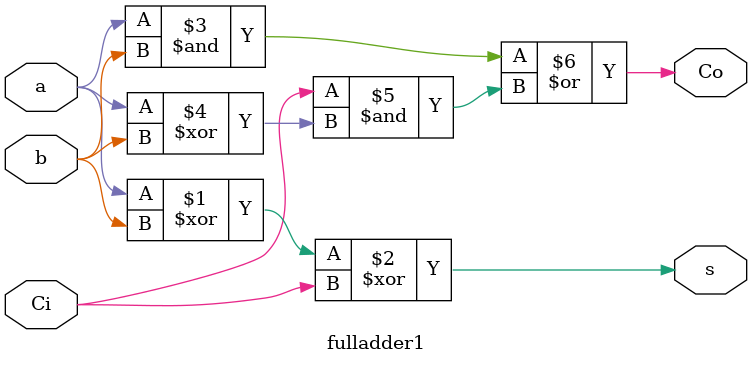
<source format=v>
module L4P2(SW,KEY0,HEX0,HEX1,HEX2,HEX3,HEX4,HEX5,LEDR);
	input [9:0] SW;  // SW[3:0] = A; SW[9] = reset_n; SW[7:5] = function_input
	input KEY0; // KEY0 = clk
	output [6:0] HEX0; 
	output [6:0] HEX1;
	output [6:0] HEX2;
	output [6:0] HEX3;
	output [6:0] HEX4;
	output [6:0] HEX5;
	output [7:0] LEDR;   // LEDR = ALUout; B = LEDR[3:0] = ALUout[3:0]
	reg [7:0] ALUout;
	reg [7:0] q;

	wire [3:0] A = SW[3:0];
	wire [3:0] B = q[3:0];
	wire clk = KEY0; // clock input for the register
	wire reset_n = SW[9];
	
	wire [2:0] mode = SW[7:5];  //Alu input    

	HexLight hex0(.Output(HEX0),
		        	.Input(A)
	);
	
	assign HEX1 = 7'b1111111;
	assign HEX2 = 7'b1111111;
	assign HEX3 = 7'b1111111;
	
		
	HexLight hex4(.Output(HEX4),
					.Input(q[3:0])
	);	
	HexLight hex5(.Output(HEX5),
				.Input(q[7:4])
	);
	
	//Case0
	wire [4:0] temp0;
	fulladder4 fa0(A,4'b0001,1'b0,temp0[4],temp0[3:0]);

	//Case1
	wire [4:0] temp1;
	fulladder4 fa1(A,B,1'b0, temp1[4],temp1[3:0]);
	
	//Alu
	always @(*)
	begin
		case(mode)
			3'b000: ALUout = {3'b000,temp0};
			3'b001: ALUout = {3'b000,temp1};
			3'b010: ALUout = A+B;
			3'b011: ALUout = {A|B, A^B};
			3'b100: ALUout = {7'b0000000, | {A,B}};
			3'b101: ALUout = B << A;
			3'b110: ALUout = B >> A;
			3'b111: ALUout = A * B;
		endcase
	end
	
	// register

	always @(posedge clk)
	begin
		if (reset_n == 1'b0)
			q <=  8'b00000000;
		else
			q <= ALUout;
	end
	
		
	assign LEDR = q;
endmodule

//Input[3:0] data input, usually is 4 SW
//Output[6:0] output for a Hex light

module HexLight(Output,Input);
	input [3:0] Input;
	output [6:0] Output;

	assign Output[0] = ((!Input[3])&(!Input[2])&(!Input[1])&(Input[0]))|	//0001
		            ((!Input[3])&(Input[2])&(!Input[1])&(!Input[0]))|	//0100
		            ((Input[3])&(Input[2])&(!Input[1])&(Input[0]))|	//1101
		            ((Input[3])&(!Input[2])&(Input[1])&(Input[0]));	//1011

	assign Output[1] = ((Input[3])&(Input[1])&(Input[0]))|	                //1x11
		            ((Input[2])&(Input[1])&(!Input[0]))|		//x110
		            ((Input[3])&(Input[2])&(!Input[1])&(!Input[0]))|	//1100
		            ((!Input[3])&(Input[2])&(!Input[1])&(Input[0]));	//0101
		 
	assign Output[2] = ((Input[3])&(Input[2])&(!Input[1])&(!Input[0]))|	//1100
		  ((Input[3])&(Input[2])&(Input[1]))|			//111x
		  ((!Input[3])&(!Input[2])&(Input[1])&(!Input[0]));		//0010

	assign Output[3] = ((!Input[3])&(Input[2])&(!Input[1])&(!Input[0]))|	//0100
		  ((!Input[3])&(!Input[2])&(!Input[1])&(Input[0]))|		//0001
		  ((!Input[3])&(Input[2])&(Input[1])&(Input[0]))|		//0111
		   ((Input[3])&(!Input[2])&(Input[1])&(!Input[0]))|		//1010
		  ((Input[3])&(Input[2])&(Input[1])&(Input[0]));		//1111
		
	assign Output[4] = ((!Input[3])&(Input[0]))|			//0xx1
		  ((!Input[3])&(Input[2])&(!Input[1]))|			//010x
		  ((!Input[2])&(!Input[1])&(Input[0]));			//x001

	assign Output[5] = ((!Input[3])&(!Input[2])&(Input[0]))|		//00x1
		  ((!Input[3])&(!Input[2])&(Input[1]))|			//001x
		  ((!Input[3])&(Input[1])&(Input[0]))|			//0x11
		  ((Input[3])&(Input[2])&(!Input[1])&(Input[0]));		//1101

	assign Output[6] = ((!Input[3])&(!Input[2])&(!Input[1]))|		//000x
		  ((Input[3])&(Input[2])&(!Input[1])&(!Input[0]))|		//1100
		  ((!Input[3])&(Input[2])&(Input[1])&(Input[0]));		//0111
endmodule



module fulladder4(InputA,InputB,Ci,Co,Output);
    input [3:0] InputA;
    input [3:0] InputB;   
    input Ci;
    output Co;
    output [3:0] Output;
    wire w1,w2,w3;

    fulladder1 a1(
        .Ci(Ci),
        .a(InputA[0]),
        .b(InputB[0]),
        .s(Output[0]),
        .Co(w1)
        );

    fulladder1 a2(
        .Ci(w1),
        .a(InputA[1]),
        .b(InputB[1]),
        .s(Output[1]),
        .Co(w2)
        );
    
    fulladder1 a3(
        .Ci(w2),
        .a(InputA[2]),
        .b(InputB[2]),
        .s(Output[2]),
        .Co(w3)
        );

    fulladder1 a4(
        .Ci(w3),
        .a(InputA[3]),
        .b(InputB[3]),
        .s(Output[3]),
        .Co(Co)
        );
endmodule

module fulladder1(Ci,a,b,s,Co);
	input Ci,a,b;
    output s,Co;
	
	assign s = a ^ b ^ Ci;
	assign Co = (a&b) | (Ci & (a^b));
endmodule

</source>
